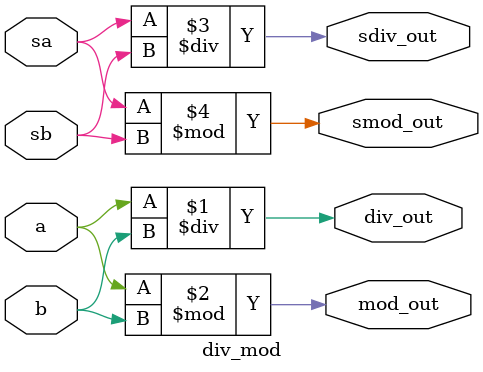
<source format=v>
module div_mod(
	input a, b,         
	input  signed sa, sb,
	output div_out, mod_out,   
	output signed sdiv_out, smod_out 
);

	assign div_out  = a / b;     
	assign mod_out  = a % b;
	assign sdiv_out = sa / sb;
	assign smod_out = sa % sb;

endmodule



	

</source>
